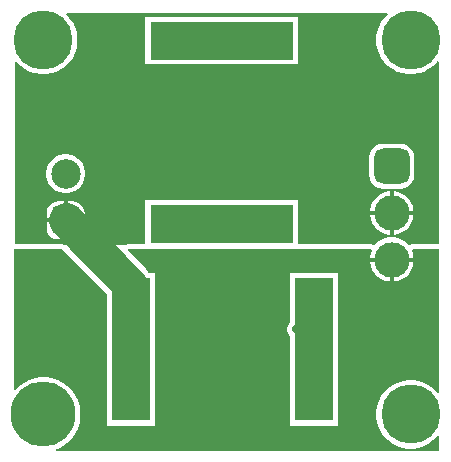
<source format=gbl>
G04*
G04 #@! TF.GenerationSoftware,Altium Limited,Altium Designer,21.8.1 (53)*
G04*
G04 Layer_Physical_Order=2*
G04 Layer_Color=16711680*
%FSAX44Y44*%
%MOMM*%
G71*
G04*
G04 #@! TF.SameCoordinates,6BB75745-684E-4E6C-8D6C-D78F644A18B4*
G04*
G04*
G04 #@! TF.FilePolarity,Positive*
G04*
G01*
G75*
%ADD43C,5.0000*%
%ADD44C,5.5000*%
%ADD45C,3.0000*%
G04:AMPARAMS|DCode=46|XSize=3mm|YSize=3mm|CornerRadius=0.75mm|HoleSize=0mm|Usage=FLASHONLY|Rotation=270.000|XOffset=0mm|YOffset=0mm|HoleType=Round|Shape=RoundedRectangle|*
%AMROUNDEDRECTD46*
21,1,3.0000,1.5000,0,0,270.0*
21,1,1.5000,3.0000,0,0,270.0*
1,1,1.5000,-0.7500,-0.7500*
1,1,1.5000,-0.7500,0.7500*
1,1,1.5000,0.7500,0.7500*
1,1,1.5000,0.7500,-0.7500*
%
%ADD46ROUNDEDRECTD46*%
%ADD47C,2.5000*%
G04:AMPARAMS|DCode=48|XSize=2.5mm|YSize=2.5mm|CornerRadius=0.625mm|HoleSize=0mm|Usage=FLASHONLY|Rotation=90.000|XOffset=0mm|YOffset=0mm|HoleType=Round|Shape=RoundedRectangle|*
%AMROUNDEDRECTD48*
21,1,2.5000,1.2500,0,0,90.0*
21,1,1.2500,2.5000,0,0,90.0*
1,1,1.2500,0.6250,0.6250*
1,1,1.2500,0.6250,-0.6250*
1,1,1.2500,-0.6250,-0.6250*
1,1,1.2500,-0.6250,0.6250*
%
%ADD48ROUNDEDRECTD48*%
%ADD49C,0.7000*%
%ADD50R,12.1000X3.2500*%
%ADD51R,3.2500X12.1000*%
%ADD52C,3.0000*%
G36*
X01365000Y00403359D02*
X01363792Y00402967D01*
X01363120Y00403892D01*
X01359892Y00407120D01*
X01356199Y00409803D01*
X01352132Y00411875D01*
X01347791Y00413286D01*
X01343282Y00414000D01*
X01338718D01*
X01334209Y00413286D01*
X01329868Y00411875D01*
X01325801Y00409803D01*
X01322108Y00407120D01*
X01318880Y00403892D01*
X01316197Y00400199D01*
X01314125Y00396132D01*
X01312714Y00391791D01*
X01312000Y00387282D01*
Y00382718D01*
X01312714Y00378209D01*
X01314125Y00373868D01*
X01316197Y00369801D01*
X01318880Y00366108D01*
X01322108Y00362880D01*
X01325801Y00360197D01*
X01329868Y00358125D01*
X01334209Y00356714D01*
X01338718Y00356000D01*
X01343282D01*
X01347791Y00356714D01*
X01352132Y00358125D01*
X01356199Y00360197D01*
X01359892Y00362880D01*
X01363120Y00366108D01*
X01363792Y00367033D01*
X01365000Y00366641D01*
Y00354000D01*
X01040638D01*
X01040437Y00355270D01*
X01042092Y00355808D01*
X01046510Y00358059D01*
X01050521Y00360973D01*
X01054027Y00364479D01*
X01056941Y00368490D01*
X01059192Y00372908D01*
X01060724Y00377624D01*
X01061500Y00382521D01*
Y00387479D01*
X01060724Y00392376D01*
X01059192Y00397092D01*
X01056941Y00401510D01*
X01054027Y00405521D01*
X01050521Y00409027D01*
X01046510Y00411941D01*
X01042092Y00414192D01*
X01037376Y00415724D01*
X01032479Y00416500D01*
X01027521D01*
X01022624Y00415724D01*
X01017908Y00414192D01*
X01013490Y00411941D01*
X01009479Y00409027D01*
X01006270Y00405818D01*
X01005000Y00406237D01*
Y00525000D01*
X01046200D01*
X01084158Y00487042D01*
Y00444000D01*
X01084250Y00443067D01*
Y00375500D01*
X01124750D01*
Y00504500D01*
X01119689D01*
X01119124Y00505557D01*
X01116750Y00508450D01*
X01101373Y00523827D01*
X01101859Y00525000D01*
X01307329D01*
X01308178Y00523730D01*
X01307211Y00521396D01*
X01306500Y00517822D01*
Y00517750D01*
X01325000D01*
X01343500D01*
Y00517822D01*
X01342789Y00521396D01*
X01341822Y00523730D01*
X01342671Y00525000D01*
X01365000D01*
Y00403359D01*
D02*
G37*
G36*
X01321718Y00723730D02*
X01318880Y00720892D01*
X01316197Y00717199D01*
X01314125Y00713132D01*
X01312714Y00708791D01*
X01312000Y00704282D01*
Y00699718D01*
X01312714Y00695209D01*
X01314125Y00690868D01*
X01316197Y00686801D01*
X01318880Y00683108D01*
X01322108Y00679880D01*
X01325801Y00677197D01*
X01329868Y00675125D01*
X01334209Y00673714D01*
X01338718Y00673000D01*
X01343282D01*
X01347791Y00673714D01*
X01352132Y00675125D01*
X01356199Y00677197D01*
X01359892Y00679880D01*
X01363120Y00683108D01*
X01363792Y00684033D01*
X01365000Y00683641D01*
Y00529078D01*
X01342671D01*
X01342277Y00529000D01*
X01341875D01*
X01341504Y00528846D01*
X01341110Y00528768D01*
X01340904Y00528630D01*
X01339758Y00528112D01*
X01337112Y00530758D01*
X01334000Y00532838D01*
X01330542Y00534270D01*
X01326871Y00535000D01*
X01323129D01*
X01319458Y00534270D01*
X01316000Y00532838D01*
X01312888Y00530758D01*
X01310882Y00528752D01*
X01309613Y00528396D01*
X01309096Y00528630D01*
X01308890Y00528768D01*
X01308496Y00528846D01*
X01308125Y00529000D01*
X01307723D01*
X01307329Y00529078D01*
X01245500D01*
Y00566750D01*
X01116500D01*
Y00529078D01*
X01101859D01*
X01100299Y00528768D01*
X01099149Y00528000D01*
X01048910D01*
X01047761Y00528768D01*
X01046200Y00529078D01*
X01046200Y00529078D01*
X01006000D01*
Y00683641D01*
X01007208Y00684033D01*
X01007880Y00683108D01*
X01011108Y00679880D01*
X01014801Y00677197D01*
X01018868Y00675125D01*
X01023209Y00673714D01*
X01027718Y00673000D01*
X01032282D01*
X01036791Y00673714D01*
X01041132Y00675125D01*
X01045199Y00677197D01*
X01048892Y00679880D01*
X01052120Y00683108D01*
X01054803Y00686801D01*
X01056875Y00690868D01*
X01058286Y00695209D01*
X01059000Y00699718D01*
Y00704282D01*
X01058286Y00708791D01*
X01056875Y00713132D01*
X01054803Y00717199D01*
X01052120Y00720892D01*
X01049282Y00723730D01*
X01049808Y00725000D01*
X01321192D01*
X01321718Y00723730D01*
D02*
G37*
%LPC*%
G36*
X01343500Y00514250D02*
X01326750D01*
Y00497500D01*
X01326822D01*
X01330396Y00498211D01*
X01333763Y00499605D01*
X01336793Y00501630D01*
X01339370Y00504207D01*
X01341395Y00507237D01*
X01342789Y00510604D01*
X01343500Y00514178D01*
Y00514250D01*
D02*
G37*
G36*
X01323250D02*
X01306500D01*
Y00514178D01*
X01307211Y00510604D01*
X01308605Y00507237D01*
X01310630Y00504207D01*
X01313207Y00501630D01*
X01316237Y00499605D01*
X01319604Y00498211D01*
X01323178Y00497500D01*
X01323250D01*
Y00514250D01*
D02*
G37*
G36*
X01279750Y00504500D02*
X01239250D01*
Y00462857D01*
X01237999Y00461605D01*
X01237011Y00459895D01*
X01236500Y00457987D01*
Y00456013D01*
X01237011Y00454105D01*
X01237999Y00452395D01*
X01239250Y00451143D01*
Y00375500D01*
X01279750D01*
Y00504500D01*
D02*
G37*
G36*
X01245500Y00721750D02*
X01116500D01*
Y00681250D01*
X01245500D01*
Y00721750D01*
D02*
G37*
G36*
X01332500Y00614299D02*
X01317500D01*
X01314498Y00613904D01*
X01311700Y00612745D01*
X01309298Y00610902D01*
X01307455Y00608500D01*
X01306296Y00605702D01*
X01305901Y00602700D01*
Y00587700D01*
X01306296Y00584698D01*
X01307455Y00581900D01*
X01309298Y00579498D01*
X01311700Y00577655D01*
X01314498Y00576496D01*
X01317500Y00576101D01*
X01332500D01*
X01335502Y00576496D01*
X01338300Y00577655D01*
X01340702Y00579498D01*
X01342545Y00581900D01*
X01343704Y00584698D01*
X01344099Y00587700D01*
Y00602700D01*
X01343704Y00605702D01*
X01342545Y00608500D01*
X01340702Y00610902D01*
X01338300Y00612745D01*
X01335502Y00613904D01*
X01332500Y00614299D01*
D02*
G37*
G36*
X01050625Y00605300D02*
X01047375D01*
X01044187Y00604666D01*
X01041184Y00603422D01*
X01038482Y00601616D01*
X01036184Y00599318D01*
X01034378Y00596616D01*
X01033134Y00593613D01*
X01032500Y00590425D01*
Y00587175D01*
X01033134Y00583987D01*
X01034378Y00580984D01*
X01036184Y00578282D01*
X01038482Y00575984D01*
X01041184Y00574178D01*
X01044187Y00572934D01*
X01047375Y00572300D01*
X01050625D01*
X01053813Y00572934D01*
X01056816Y00574178D01*
X01059518Y00575984D01*
X01061816Y00578282D01*
X01063622Y00580984D01*
X01064866Y00583987D01*
X01065500Y00587175D01*
Y00590425D01*
X01064866Y00593613D01*
X01063622Y00596616D01*
X01061816Y00599318D01*
X01059518Y00601616D01*
X01056816Y00603422D01*
X01053813Y00604666D01*
X01050625Y00605300D01*
D02*
G37*
G36*
X01326822Y00574100D02*
X01326750D01*
Y00557350D01*
X01343500D01*
Y00557422D01*
X01342789Y00560996D01*
X01341395Y00564363D01*
X01339370Y00567393D01*
X01336793Y00569970D01*
X01333763Y00571995D01*
X01330396Y00573389D01*
X01326822Y00574100D01*
D02*
G37*
G36*
X01323250D02*
X01323178D01*
X01319604Y00573389D01*
X01316237Y00571995D01*
X01313207Y00569970D01*
X01310630Y00567393D01*
X01308605Y00564363D01*
X01307211Y00560996D01*
X01306500Y00557422D01*
Y00557350D01*
X01323250D01*
Y00574100D01*
D02*
G37*
G36*
X01055250Y00565284D02*
X01050750D01*
Y00550950D01*
X01065084D01*
Y00555450D01*
X01064749Y00557995D01*
X01063767Y00560367D01*
X01062204Y00562404D01*
X01060167Y00563967D01*
X01057795Y00564949D01*
X01055250Y00565284D01*
D02*
G37*
G36*
X01047250D02*
X01042750D01*
X01040205Y00564949D01*
X01037833Y00563967D01*
X01035796Y00562404D01*
X01034233Y00560367D01*
X01033251Y00557995D01*
X01032916Y00555450D01*
Y00550950D01*
X01047250D01*
Y00565284D01*
D02*
G37*
G36*
X01343500Y00553850D02*
X01326750D01*
Y00537100D01*
X01326822D01*
X01330396Y00537811D01*
X01333763Y00539206D01*
X01336793Y00541230D01*
X01339370Y00543807D01*
X01341395Y00546837D01*
X01342789Y00550204D01*
X01343500Y00553778D01*
Y00553850D01*
D02*
G37*
G36*
X01323250D02*
X01306500D01*
Y00553778D01*
X01307211Y00550204D01*
X01308605Y00546837D01*
X01310630Y00543807D01*
X01313207Y00541230D01*
X01316237Y00539206D01*
X01319604Y00537811D01*
X01323178Y00537100D01*
X01323250D01*
Y00553850D01*
D02*
G37*
G36*
X01065084Y00547450D02*
X01050750D01*
Y00533116D01*
X01055250D01*
X01057795Y00533451D01*
X01060167Y00534433D01*
X01062204Y00535996D01*
X01063767Y00538033D01*
X01064749Y00540405D01*
X01065084Y00542950D01*
Y00547450D01*
D02*
G37*
G36*
X01047250D02*
X01032916D01*
Y00542950D01*
X01033251Y00540405D01*
X01034233Y00538033D01*
X01035796Y00535996D01*
X01037833Y00534433D01*
X01040205Y00533451D01*
X01042750Y00533116D01*
X01047250D01*
Y00547450D01*
D02*
G37*
%LPD*%
D43*
X01341000Y00385000D02*
D03*
X01030000Y00702000D02*
D03*
X01341000D02*
D03*
D44*
X01030000Y00385000D02*
D03*
D45*
X01325000Y00516000D02*
D03*
Y00555600D02*
D03*
D46*
Y00595200D02*
D03*
D47*
X01049000Y00588800D02*
D03*
D48*
Y00549200D02*
D03*
D49*
X01208000Y00559000D02*
D03*
X01203000Y00547000D02*
D03*
X01168000Y00703000D02*
D03*
Y00694000D02*
D03*
X01189000Y00703000D02*
D03*
Y00694000D02*
D03*
X01217000Y00546000D02*
D03*
Y00559000D02*
D03*
X01104000Y00386000D02*
D03*
X01255000Y00460000D02*
D03*
X01265000Y00456000D02*
D03*
X01264000Y00446000D02*
D03*
X01244000Y00457000D02*
D03*
X01211000Y00588000D02*
D03*
X01214000Y00643000D02*
D03*
X01097000Y00694000D02*
D03*
X01239000Y00588000D02*
D03*
X01150000Y00363000D02*
D03*
X01216000Y00394000D02*
D03*
X01206000D02*
D03*
X01216000Y00384000D02*
D03*
X01206000D02*
D03*
X01151000Y00648000D02*
D03*
X01141000D02*
D03*
Y00658000D02*
D03*
X01151000D02*
D03*
D50*
X01181000Y00546500D02*
D03*
Y00701500D02*
D03*
D51*
X01259500Y00440000D02*
D03*
X01104500D02*
D03*
D52*
X01103250Y00444000D02*
Y00494950D01*
X01049000Y00549200D02*
X01103250Y00494950D01*
Y00444000D02*
X01104555Y00442695D01*
M02*

</source>
